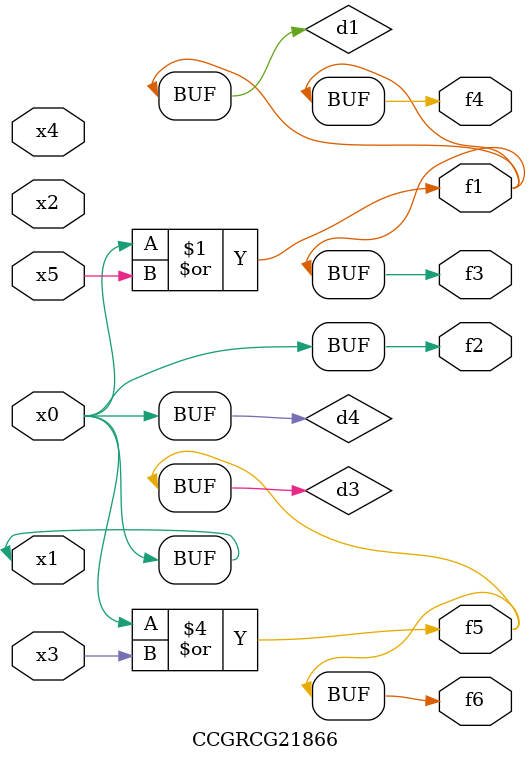
<source format=v>
module CCGRCG21866(
	input x0, x1, x2, x3, x4, x5,
	output f1, f2, f3, f4, f5, f6
);

	wire d1, d2, d3, d4;

	or (d1, x0, x5);
	xnor (d2, x1, x4);
	or (d3, x0, x3);
	buf (d4, x0, x1);
	assign f1 = d1;
	assign f2 = d4;
	assign f3 = d1;
	assign f4 = d1;
	assign f5 = d3;
	assign f6 = d3;
endmodule

</source>
